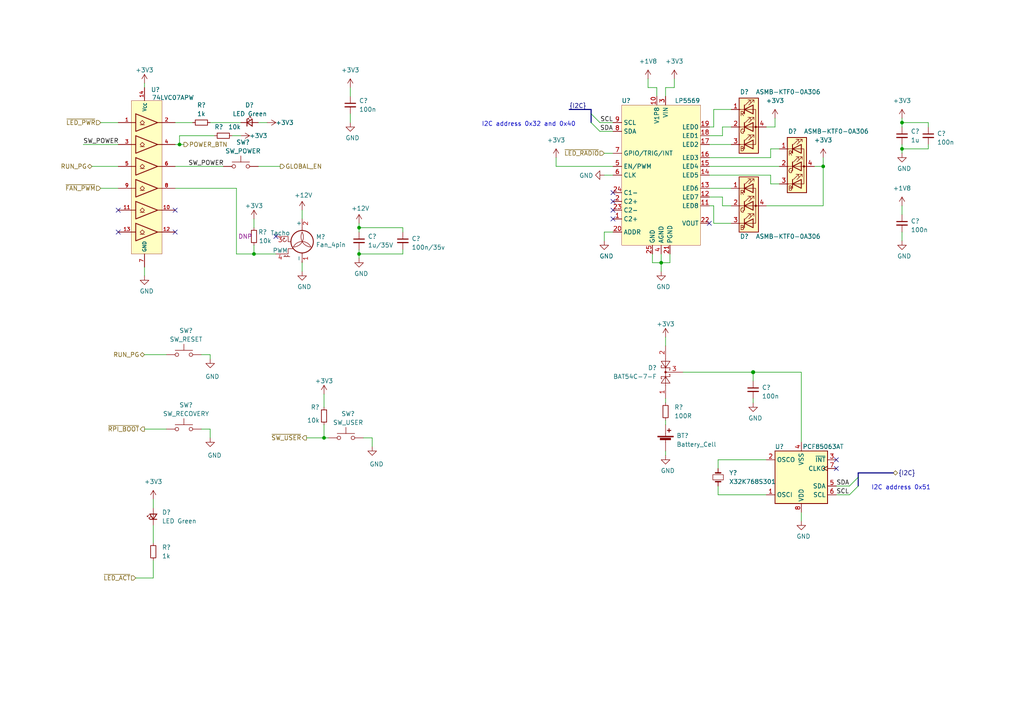
<source format=kicad_sch>
(kicad_sch (version 20201015) (generator eeschema)
  (paper "A4")
  (lib_symbols
    (symbol "Device:Battery_Cell" (pin_numbers hide) (pin_names (offset 0) hide)
      (property "Reference" "BT" (at 2.54 2.54 0))
      (property "Value" "Battery_Cell" (at 2.54 0 0))
      (symbol "Battery_Cell_0_1"
        (rectangle (start -2.286 1.778) (end 2.286 1.524) (fill (type outline)))
        (rectangle (start -1.5748 1.1938) (end 1.4732 0.6858) (fill (type outline)))
        (polyline (pts (xy 0 0.762) (xy 0 0)))
        (polyline (pts (xy 0 1.778) (xy 0 2.54)))
        (polyline (pts (xy 0.508 3.429) (xy 1.524 3.429)) (stroke (width 0.254)))
        (polyline (pts (xy 1.016 3.937) (xy 1.016 2.921)) (stroke (width 0.254)))
      )
      (symbol "Battery_Cell_1_1"
        (pin passive line (at 0 5.08 270) (length 2.54) (name "+") (number "1"))
        (pin passive line (at 0 -2.54 90) (length 2.54) (name "-") (number "2"))
      )
    )
    (symbol "Device:C_Small" (pin_numbers hide) (pin_names (offset 0.254) hide)
      (property "Reference" "C" (at 0.254 1.778 0))
      (property "Value" "C_Small" (at 0.254 -2.032 0))
      (symbol "C_Small_0_1"
        (polyline (pts (xy -1.524 -0.508) (xy 1.524 -0.508)) (stroke (width 0.3302)))
        (polyline (pts (xy -1.524 0.508) (xy 1.524 0.508)) (stroke (width 0.3048)))
      )
      (symbol "C_Small_1_1"
        (pin passive line (at 0 2.54 270) (length 2.032) (name "~") (number "1"))
        (pin passive line (at 0 -2.54 90) (length 2.032) (name "~") (number "2"))
      )
    )
    (symbol "Device:Crystal_Small" (pin_numbers hide) (pin_names (offset 1.016) hide)
      (property "Reference" "Y" (at 0 2.54 0))
      (property "Value" "Crystal_Small" (at 0 -2.54 0))
      (symbol "Crystal_Small_0_1"
        (rectangle (start -0.762 -1.524) (end 0.762 1.524))
        (polyline (pts (xy -1.27 -0.762) (xy -1.27 0.762)) (stroke (width 0.381)))
        (polyline (pts (xy 1.27 -0.762) (xy 1.27 0.762)) (stroke (width 0.381)))
      )
      (symbol "Crystal_Small_1_1"
        (pin passive line (at -2.54 0 0) (length 1.27) (name "1") (number "1"))
        (pin passive line (at 2.54 0 180) (length 1.27) (name "2") (number "2"))
      )
    )
    (symbol "Device:LED_RGBA" (pin_names (offset 0) hide)
      (property "Reference" "D" (at 0 9.398 0))
      (property "Value" "LED_RGBA" (at 0 -8.89 0))
      (symbol "LED_RGBA_0_0"
        (text "B" (at -1.905 -6.35 0) (effects (font (size 1.27 1.27))))
        (text "G" (at -1.905 -1.27 0) (effects (font (size 1.27 1.27))))
        (text "R" (at -1.905 3.81 0) (effects (font (size 1.27 1.27))))
      )
      (symbol "LED_RGBA_0_1"
        (circle (center 2.032 0) (radius 0.254) (fill (type outline)))
        (rectangle (start 1.27 -1.27) (end 1.27 1.27))
        (rectangle (start 1.27 1.27) (end 1.27 1.27))
        (rectangle (start 1.27 3.81) (end 1.27 6.35))
        (rectangle (start 1.27 6.35) (end 1.27 6.35))
        (rectangle (start 2.794 8.382) (end -2.794 -7.62) (stroke (width 0.254)) (fill (type background)))
        (polyline (pts (xy -1.27 -5.08) (xy -2.54 -5.08)))
        (polyline (pts (xy -1.27 -5.08) (xy 1.27 -5.08)))
        (polyline (pts (xy -1.27 -3.81) (xy -1.27 -6.35)) (stroke (width 0.254)))
        (polyline (pts (xy -1.27 0) (xy -2.54 0)))
        (polyline (pts (xy -1.27 1.27) (xy -1.27 -1.27)) (stroke (width 0.254)))
        (polyline (pts (xy -1.27 5.08) (xy -2.54 5.08)))
        (polyline (pts (xy -1.27 5.08) (xy 1.27 5.08)))
        (polyline (pts (xy -1.27 6.35) (xy -1.27 3.81)) (stroke (width 0.254)))
        (polyline (pts (xy 1.27 0) (xy -1.27 0)))
        (polyline (pts (xy 1.27 0) (xy 2.54 0)))
        (polyline (pts (xy -1.27 1.27) (xy -1.27 -1.27) (xy -1.27 -1.27)))
        (polyline (pts (xy -1.27 6.35) (xy -1.27 3.81) (xy -1.27 3.81)))
        (polyline (pts (xy 1.27 -5.08) (xy 2.032 -5.08) (xy 2.032 5.08) (xy 1.27 5.08)))
        (polyline (pts (xy 1.27 -3.81) (xy 1.27 -6.35) (xy -1.27 -5.08) (xy 1.27 -3.81)) (stroke (width 0.254)))
        (polyline (pts (xy 1.27 1.27) (xy 1.27 -1.27) (xy -1.27 0) (xy 1.27 1.27)) (stroke (width 0.254)))
        (polyline (pts (xy 1.27 6.35) (xy 1.27 3.81) (xy -1.27 5.08) (xy 1.27 6.35)) (stroke (width 0.254)))
        (polyline (pts (xy -1.016 -3.81) (xy 0.508 -2.286) (xy -0.254 -2.286) (xy 0.508 -2.286) (xy 0.508 -3.048)))
        (polyline (pts (xy -1.016 1.27) (xy 0.508 2.794) (xy -0.254 2.794) (xy 0.508 2.794) (xy 0.508 2.032)))
        (polyline (pts (xy -1.016 6.35) (xy 0.508 7.874) (xy -0.254 7.874) (xy 0.508 7.874) (xy 0.508 7.112)))
        (polyline (pts (xy 0 -3.81) (xy 1.524 -2.286) (xy 0.762 -2.286) (xy 1.524 -2.286) (xy 1.524 -3.048)))
        (polyline (pts (xy 0 1.27) (xy 1.524 2.794) (xy 0.762 2.794) (xy 1.524 2.794) (xy 1.524 2.032)))
        (polyline (pts (xy 0 6.35) (xy 1.524 7.874) (xy 0.762 7.874) (xy 1.524 7.874) (xy 1.524 7.112)))
      )
      (symbol "LED_RGBA_1_1"
        (pin passive line (at -5.08 5.08 0) (length 2.54) (name "RK") (number "1"))
        (pin passive line (at -5.08 0 0) (length 2.54) (name "GK") (number "2"))
        (pin passive line (at -5.08 -5.08 0) (length 2.54) (name "BK") (number "3"))
        (pin passive line (at 5.08 0 180) (length 2.54) (name "A") (number "4"))
      )
    )
    (symbol "Device:LED_Small" (pin_numbers hide) (pin_names (offset 0.254) hide)
      (property "Reference" "D" (at -1.27 3.175 0))
      (property "Value" "LED_Small" (at -4.445 -2.54 0))
      (symbol "LED_Small_0_1"
        (polyline (pts (xy -0.762 -1.016) (xy -0.762 1.016)) (stroke (width 0.254)))
        (polyline (pts (xy 1.016 0) (xy -0.762 0)))
        (polyline (pts (xy 0.762 -1.016) (xy -0.762 0) (xy 0.762 1.016) (xy 0.762 -1.016)) (stroke (width 0.254)))
        (polyline (pts (xy 0 0.762) (xy -0.508 1.27) (xy -0.254 1.27) (xy -0.508 1.27) (xy -0.508 1.016)))
        (polyline (pts (xy 0.508 1.27) (xy 0 1.778) (xy 0.254 1.778) (xy 0 1.778) (xy 0 1.524)))
      )
      (symbol "LED_Small_1_1"
        (pin passive line (at -2.54 0 0) (length 1.778) (name "K") (number "1"))
        (pin passive line (at 2.54 0 180) (length 1.778) (name "A") (number "2"))
      )
    )
    (symbol "Device:R_Small" (pin_numbers hide) (pin_names (offset 0.254) hide)
      (property "Reference" "R" (at 0.762 0.508 0))
      (property "Value" "R_Small" (at 0.762 -1.016 0))
      (symbol "R_Small_0_1"
        (rectangle (start -0.762 1.778) (end 0.762 -1.778) (stroke (width 0.2032)))
      )
      (symbol "R_Small_1_1"
        (pin passive line (at 0 2.54 270) (length 0.762) (name "~") (number "1"))
        (pin passive line (at 0 -2.54 90) (length 0.762) (name "~") (number "2"))
      )
    )
    (symbol "Diode:BAT54C" (pin_names (offset 1.016))
      (property "Reference" "D" (at 0.635 -3.81 0))
      (property "Value" "BAT54C" (at -6.35 3.175 0))
      (symbol "BAT54C_0_1"
        (circle (center 0 0) (radius 0.254) (fill (type outline)))
        (polyline (pts (xy -1.905 0) (xy 1.905 0)))
        (polyline (pts (xy -1.905 1.27) (xy -1.905 1.016)))
        (polyline (pts (xy -1.27 -1.27) (xy -0.635 -1.27)))
        (polyline (pts (xy -1.27 0) (xy -3.81 0)))
        (polyline (pts (xy -1.27 1.27) (xy -1.905 1.27)))
        (polyline (pts (xy -1.27 1.27) (xy -1.27 -1.27)))
        (polyline (pts (xy -0.635 -1.27) (xy -0.635 -1.016)))
        (polyline (pts (xy 0.635 -1.27) (xy 0.635 -1.016)))
        (polyline (pts (xy 1.27 -1.27) (xy 0.635 -1.27)))
        (polyline (pts (xy 1.27 1.27) (xy 1.27 -1.27)))
        (polyline (pts (xy 1.27 1.27) (xy 1.905 1.27)))
        (polyline (pts (xy 1.905 1.27) (xy 1.905 1.016)))
        (polyline (pts (xy 3.81 0) (xy 1.27 0)))
        (polyline (pts (xy -3.175 -1.27) (xy -3.175 1.27) (xy -1.27 0) (xy -3.175 -1.27)))
        (polyline (pts (xy 3.175 -1.27) (xy 3.175 1.27) (xy 1.27 0) (xy 3.175 -1.27)))
      )
      (symbol "BAT54C_1_1"
        (pin passive line (at -7.62 0 0) (length 3.81) (name "~") (number "1"))
        (pin passive line (at 7.62 0 180) (length 3.81) (name "~") (number "2"))
        (pin passive line (at 0 -5.08 90) (length 5.08) (name "~") (number "3"))
      )
    )
    (symbol "LightBlue:74LVC07A"
      (property "Reference" "U" (at 3.81 -24.13 0))
      (property "Value" "74LVC07A" (at -7.62 -24.13 0))
      (symbol "74LVC07A_0_1"
        (rectangle (start -3.81 21.59) (end 5.08 -22.86) (stroke (width 0.001)) (fill (type background)))
        (polyline (pts (xy -1.27 14.605) (xy 0 14.605)))
        (polyline (pts (xy -2.54 17.78) (xy -2.54 12.7) (xy 3.81 15.24) (xy -2.54 17.78)) (stroke (width 0.254)))
        (polyline (pts (xy -0.635 15.875) (xy -1.27 15.24) (xy -0.635 14.605) (xy 0 15.24) (xy -0.635 15.875)))
        (polyline (pts (xy -1.27 8.255) (xy 0 8.255)))
        (polyline (pts (xy -0.635 9.525) (xy -1.27 8.89) (xy -0.635 8.255) (xy 0 8.89) (xy -0.635 9.525)))
        (polyline (pts (xy -2.54 11.43) (xy -2.54 6.35) (xy 3.81 8.89) (xy -2.54 11.43)) (stroke (width 0.254)))
        (polyline (pts (xy -2.54 5.08) (xy -2.54 0) (xy 3.81 2.54) (xy -2.54 5.08)) (stroke (width 0.254)))
        (polyline (pts (xy -1.27 1.905) (xy 0 1.905)))
        (polyline (pts (xy -0.635 3.175) (xy -1.27 2.54) (xy -0.635 1.905) (xy 0 2.54) (xy -0.635 3.175)))
        (polyline (pts (xy -1.27 -4.445) (xy 0 -4.445)))
        (polyline (pts (xy -2.54 -1.27) (xy -2.54 -6.35) (xy 3.81 -3.81) (xy -2.54 -1.27)) (stroke (width 0.254)))
        (polyline (pts (xy -0.635 -3.175) (xy -1.27 -3.81) (xy -0.635 -4.445) (xy 0 -3.81) (xy -0.635 -3.175)))
        (polyline (pts (xy -1.27 -10.795) (xy 0 -10.795)))
        (polyline (pts (xy -0.635 -9.525) (xy -1.27 -10.16) (xy -0.635 -10.795) (xy 0 -10.16) (xy -0.635 -9.525)))
        (polyline (pts (xy -2.54 -7.62) (xy -2.54 -12.7) (xy 3.81 -10.16) (xy -2.54 -7.62)) (stroke (width 0.254)))
        (polyline (pts (xy -1.27 -17.145) (xy 0 -17.145)))
        (polyline (pts (xy -2.54 -13.97) (xy -2.54 -19.05) (xy 3.81 -16.51) (xy -2.54 -13.97)) (stroke (width 0.254)))
        (polyline (pts (xy -0.635 -15.875) (xy -1.27 -16.51) (xy -0.635 -17.145) (xy 0 -16.51) (xy -0.635 -15.875)))
      )
      (symbol "74LVC07A_1_1"
        (pin input line (at -7.62 15.24 0) (length 5) (name "~") (number "1"))
        (pin open_collector line (at 8.89 15.24 180) (length 5) (name "~") (number "2"))
        (pin input line (at -7.62 8.89 0) (length 5) (name "~") (number "3"))
        (pin open_collector line (at 8.89 8.89 180) (length 5) (name "~") (number "4"))
        (pin open_collector line (at 8.89 2.54 180) (length 5) (name "~") (number "6"))
        (pin input line (at -7.62 2.54 0) (length 5) (name "~") (number "5"))
        (pin input line (at -7.62 -3.81 0) (length 5) (name "~") (number "9"))
        (pin open_collector line (at 8.89 -3.81 180) (length 5) (name "~") (number "8"))
        (pin input line (at -7.62 -10.16 0) (length 5) (name "~") (number "11"))
        (pin open_collector line (at 8.89 -10.16 180) (length 5) (name "~") (number "10"))
        (pin open_collector line (at 8.89 -16.51 180) (length 5) (name "~") (number "12"))
        (pin input line (at -7.62 -16.51 0) (length 5) (name "~") (number "13"))
        (pin power_in line (at 0 25.4 270) (length 3.81) (name "V_{CC}") (number "14"))
        (pin power_in line (at 0 -26.67 90) (length 3.81) (name "GND") (number "7"))
      )
    )
    (symbol "LightBlue:LP5569"
      (property "Reference" "U" (at -10.16 21.59 0))
      (property "Value" "LP5569" (at 7.62 21.59 0))
      (symbol "LP5569_0_1"
        (rectangle (start -11.43 20.32) (end 11.43 -20.32) (stroke (width 0.0006)) (fill (type background)))
      )
      (symbol "LP5569_1_1"
        (pin input line (at -2.54 -22.86 90) (length 2.54) (name "GND") (number "25"))
        (pin bidirectional line (at -13.97 12.7 0) (length 2.54) (name "SDA") (number "8"))
        (pin input line (at -13.97 15.24 0) (length 2.54) (name "SCL") (number "9"))
        (pin input line (at -13.97 -12.7 0) (length 2.54) (name "C2+") (number "1"))
        (pin input line (at -13.97 -16.51 0) (length 2.54) (name "ADDR") (number "20"))
        (pin output line (at 13.97 11.43 180) (length 2.54) (name "LED1") (number "18"))
        (pin output line (at 13.97 8.89 180) (length 2.54) (name "LED2") (number "17"))
        (pin output line (at 13.97 5.08 180) (length 2.54) (name "LED3") (number "16"))
        (pin input line (at 1.27 22.86 270) (length 2.54) (name "VIN") (number "3"))
        (pin input line (at -13.97 0 0) (length 2.54) (name "CLK") (number "6"))
        (pin output line (at 13.97 2.54 180) (length 2.54) (name "LED4") (number "15"))
        (pin output line (at 13.97 -3.81 180) (length 2.54) (name "LED6") (number "13"))
        (pin output line (at 13.97 0 180) (length 2.54) (name "LED5") (number "14"))
        (pin output line (at 13.97 -6.35 180) (length 2.54) (name "LED7") (number "12"))
        (pin output line (at 13.97 -8.89 180) (length 2.54) (name "LED8") (number "11"))
        (pin output line (at 13.97 13.97 180) (length 2.54) (name "LED0") (number "19"))
        (pin input line (at 0 -22.86 90) (length 2.54) (name "AGND") (number "4"))
        (pin input line (at 2.54 -22.86 90) (length 2.54) (name "PGND") (number "21"))
        (pin input line (at -13.97 -10.16 0) (length 2.54) (name "C2-") (number "23"))
        (pin input line (at -13.97 -7.62 0) (length 2.54) (name "C2+") (number "2"))
        (pin input line (at -13.97 -5.08 0) (length 2.54) (name "C1-") (number "24"))
        (pin input line (at -13.97 2.54 0) (length 2.54) (name "EN/PWM") (number "5"))
        (pin input line (at -13.97 6.35 0) (length 2.54) (name "GPIO/TRIG/INT") (number "7"))
        (pin input line (at -1.27 22.86 270) (length 2.54) (name "V1P8") (number "10"))
        (pin output line (at 13.97 -13.97 180) (length 2.54) (name "VOUT") (number "22"))
      )
    )
    (symbol "Motor:Fan_4pin" (pin_names (offset 0))
      (property "Reference" "M" (at 2.54 5.08 0))
      (property "Value" "Fan_4pin" (at 2.54 -2.54 0))
      (symbol "Fan_4pin_0_0"
        (arc (start -5.588 1.524) (end -5.08 2.032) (radius (at -5.08 1.524) (length 0.508) (angles 180 90)))
        (arc (start -5.588 1.524) (end -4.572 1.524) (radius (at -5.08 1.524) (length 0.508) (angles -179.9 -0.1)))
        (polyline (pts (xy -5.08 2.032) (xy -5.334 2.159)))
        (polyline (pts (xy -5.08 2.032) (xy -5.207 1.778)))
        (polyline (pts (xy -4.064 2.54) (xy -4.064 1.016) (xy -3.302 1.016)))
      )
      (symbol "Fan_4pin_0_1"
        (arc (start 0 3.81) (end -2.54 -0.508) (radius (at -2.4892 2.3876) (length 2.8702) (angles 29.7 -91)))
        (arc (start -2.54 -0.508) (end 2.54 -0.508) (radius (at 0 -1.778) (length 2.8448) (angles 153.4 26.6)))
        (arc (start 2.54 -0.508) (end 0 3.81) (radius (at 2.6162 2.413) (length 2.921) (angles -91.5 151.9)))
        (circle (center 0 1.016) (radius 3.2512) (stroke (width 0.254)))
        (polyline (pts (xy -4.064 2.54) (xy -5.08 2.54)))
        (polyline (pts (xy 0 -5.08) (xy 0 -4.572)))
        (polyline (pts (xy 0 -2.2352) (xy 0 -2.6416)))
        (polyline (pts (xy 0 4.2672) (xy 0 4.6228)))
        (polyline (pts (xy 0 4.572) (xy 0 5.08)))
        (polyline (pts (xy -2.54 -1.016) (xy -4.064 -1.016) (xy -4.064 -2.54) (xy -5.08 -2.54)))
        (polyline (pts (xy -5.334 -3.302) (xy -5.08 -3.302) (xy -5.08 -3.048) (xy -4.826 -3.048) (xy -4.826 -3.302) (xy -4.318 -3.302) (xy -4.318 -3.048) (xy -4.064 -3.048) (xy -4.064 -3.302) (xy -3.556 -3.302)))
      )
      (symbol "Fan_4pin_1_1"
        (pin passive line (at 0 -5.08 90) (length 2.54) (name "-") (number "1"))
        (pin passive line (at 0 7.62 270) (length 2.54) (name "+") (number "2"))
        (pin passive line (at -7.62 2.54 0) (length 2.54) (name "Tacho") (number "3"))
        (pin input line (at -7.62 -2.54 0) (length 2.54) (name "PWM") (number "4"))
      )
    )
    (symbol "Switch:SW_Push" (pin_numbers hide) (pin_names (offset 1.016) hide)
      (property "Reference" "SW" (at 1.27 2.54 0))
      (property "Value" "SW_Push" (at 0 -1.524 0))
      (symbol "SW_Push_0_1"
        (circle (center -2.032 0) (radius 0.508))
        (circle (center 2.032 0) (radius 0.508))
        (polyline (pts (xy 0 1.27) (xy 0 3.048)))
        (polyline (pts (xy 2.54 1.27) (xy -2.54 1.27)))
        (pin passive line (at -5.08 0 0) (length 2.54) (name "1") (number "1"))
        (pin passive line (at 5.08 0 180) (length 2.54) (name "2") (number "2"))
      )
    )
    (symbol "Timer_RTC:PCF8563T"
      (property "Reference" "U" (at -7.62 8.89 0))
      (property "Value" "PCF8563T" (at 2.54 8.89 0))
      (symbol "PCF8563T_0_1"
        (rectangle (start -7.62 7.62) (end 7.62 -7.62) (stroke (width 0.254)) (fill (type background)))
      )
      (symbol "PCF8563T_1_1"
        (pin input line (at -10.16 5.08 0) (length 2.54) (name "OSCI") (number "1"))
        (pin output line (at -10.16 -5.08 0) (length 2.54) (name "OSCO") (number "2"))
        (pin output line (at 10.16 -5.08 180) (length 2.54) (name "~INT~") (number "3"))
        (pin power_in line (at 0 -10.16 90) (length 2.54) (name "VSS") (number "4"))
        (pin bidirectional line (at 10.16 2.54 180) (length 2.54) (name "SDA") (number "5"))
        (pin input line (at 10.16 5.08 180) (length 2.54) (name "SCL") (number "6"))
        (pin output clock (at 10.16 -2.54 180) (length 2.54) (name "CLKO") (number "7"))
        (pin power_in line (at 0 10.16 270) (length 2.54) (name "VDD") (number "8"))
      )
    )
    (symbol "power:+12V" (power) (pin_names (offset 0))
      (property "Value" "+12V" (at 0 3.556 0))
      (symbol "+12V_0_1"
        (polyline (pts (xy -0.762 1.27) (xy 0 2.54)))
        (polyline (pts (xy 0 0) (xy 0 2.54)))
        (polyline (pts (xy 0 2.54) (xy 0.762 1.27)))
      )
      (symbol "+12V_1_1"
        (pin power_in line (at 0 0 90) (length 0) hide (name "+12V") (number "1"))
      )
    )
    (symbol "power:+1V8" (power) (pin_names (offset 0))
      (property "Value" "+1V8" (at 0 3.556 0))
      (symbol "+1V8_0_1"
        (polyline (pts (xy -0.762 1.27) (xy 0 2.54)))
        (polyline (pts (xy 0 0) (xy 0 2.54)))
        (polyline (pts (xy 0 2.54) (xy 0.762 1.27)))
      )
      (symbol "+1V8_1_1"
        (pin power_in line (at 0 0 90) (length 0) hide (name "+1V8") (number "1"))
      )
    )
    (symbol "power:+3V3" (power) (pin_names (offset 0))
      (property "Value" "+3V3" (at 0 3.556 0))
      (symbol "+3V3_0_1"
        (polyline (pts (xy -0.762 1.27) (xy 0 2.54)))
        (polyline (pts (xy 0 0) (xy 0 2.54)))
        (polyline (pts (xy 0 2.54) (xy 0.762 1.27)))
      )
      (symbol "+3V3_1_1"
        (pin power_in line (at 0 0 90) (length 0) hide (name "+3V3") (number "1"))
      )
    )
    (symbol "power:GND" (power) (pin_names (offset 0))
      (property "Value" "GND" (at 0 -3.81 0))
      (symbol "GND_0_1"
        (polyline (pts (xy 0 0) (xy 0 -1.27) (xy 1.27 -1.27) (xy 0 -2.54) (xy -1.27 -1.27) (xy 0 -1.27)))
      )
      (symbol "GND_1_1"
        (pin power_in line (at 0 0 270) (length 0) hide (name "GND") (number "1"))
      )
    )
  )
  (junction (at 52.07 41.91) (diameter 0.9144))
  (junction (at 73.66 73.66) (diameter 0.9144))
  (junction (at 93.98 127) (diameter 0.9144))
  (junction (at 104.14 66.04) (diameter 0.9144))
  (junction (at 104.14 73.66) (diameter 0.9144))
  (junction (at 191.77 76.2) (diameter 0.9144))
  (junction (at 218.44 107.95) (diameter 1.016))
  (junction (at 238.76 48.26) (diameter 0.9144))
  (junction (at 261.62 35.56) (diameter 0.9144))
  (junction (at 261.62 43.18) (diameter 0.9144))
  (no_connect (at 177.8 63.5))
  (no_connect (at 34.29 67.31))
  (no_connect (at 177.8 60.96))
  (no_connect (at 205.74 64.77))
  (no_connect (at 177.8 55.88))
  (no_connect (at 50.8 67.31))
  (no_connect (at 50.8 60.96))
  (no_connect (at 177.8 58.42))
  (no_connect (at 34.29 60.96))
  (no_connect (at 242.57 135.89))
  (no_connect (at 242.57 133.35))
  (no_connect (at 80.01 68.58))
  (bus_entry (at 171.45 33.02) (size 2.54 2.54) (stroke (width 0.1524)))
  (bus_entry (at 171.45 35.56) (size 2.54 2.54) (stroke (width 0.1524)))
  (bus_entry (at 248.92 138.43) (size -2.54 2.54) (stroke (width 0.1524)))
  (bus_entry (at 248.92 140.97) (size -2.54 2.54) (stroke (width 0.1524)))
  (wire (pts (xy 24.13 41.91) (xy 34.29 41.91)))
  (wire (pts (xy 26.67 48.26) (xy 34.29 48.26)))
  (wire (pts (xy 29.21 35.56) (xy 34.29 35.56)))
  (wire (pts (xy 29.21 54.61) (xy 34.29 54.61)))
  (wire (pts (xy 39.37 167.64) (xy 44.45 167.64)))
  (wire (pts (xy 41.91 24.13) (xy 41.91 25.4)))
  (wire (pts (xy 41.91 77.47) (xy 41.91 80.01)))
  (wire (pts (xy 41.91 102.87) (xy 48.26 102.87)))
  (wire (pts (xy 41.91 124.46) (xy 48.26 124.46)))
  (wire (pts (xy 44.45 144.78) (xy 44.45 147.32)))
  (wire (pts (xy 44.45 152.4) (xy 44.45 157.48)))
  (wire (pts (xy 44.45 162.56) (xy 44.45 167.64)))
  (wire (pts (xy 50.8 41.91) (xy 52.07 41.91)))
  (wire (pts (xy 50.8 48.26) (xy 64.77 48.26)))
  (wire (pts (xy 50.8 54.61) (xy 68.58 54.61)))
  (wire (pts (xy 52.07 39.37) (xy 52.07 41.91)))
  (wire (pts (xy 52.07 41.91) (xy 53.34 41.91)))
  (wire (pts (xy 55.88 35.56) (xy 50.8 35.56)))
  (wire (pts (xy 58.42 124.46) (xy 60.96 124.46)))
  (wire (pts (xy 60.96 102.87) (xy 58.42 102.87)))
  (wire (pts (xy 60.96 104.14) (xy 60.96 102.87)))
  (wire (pts (xy 60.96 124.46) (xy 60.96 127)))
  (wire (pts (xy 62.23 39.37) (xy 52.07 39.37)))
  (wire (pts (xy 67.31 39.37) (xy 69.85 39.37)))
  (wire (pts (xy 68.58 54.61) (xy 68.58 73.66)))
  (wire (pts (xy 68.58 73.66) (xy 73.66 73.66)))
  (wire (pts (xy 69.85 35.56) (xy 60.96 35.56)))
  (wire (pts (xy 73.66 66.04) (xy 73.66 63.5)))
  (wire (pts (xy 73.66 71.12) (xy 73.66 73.66)))
  (wire (pts (xy 73.66 73.66) (xy 80.01 73.66)))
  (wire (pts (xy 74.93 48.26) (xy 81.28 48.26)))
  (wire (pts (xy 77.47 35.56) (xy 74.93 35.56)))
  (wire (pts (xy 87.63 60.96) (xy 87.63 63.5)))
  (wire (pts (xy 87.63 76.2) (xy 87.63 78.74)))
  (wire (pts (xy 88.9 127) (xy 93.98 127)))
  (wire (pts (xy 93.98 118.11) (xy 93.98 114.3)))
  (wire (pts (xy 93.98 123.19) (xy 93.98 127)))
  (wire (pts (xy 93.98 127) (xy 95.25 127)))
  (wire (pts (xy 101.6 25.4) (xy 101.6 27.94)))
  (wire (pts (xy 101.6 33.02) (xy 101.6 35.56)))
  (wire (pts (xy 104.14 64.77) (xy 104.14 66.04)))
  (wire (pts (xy 104.14 66.04) (xy 104.14 67.31)))
  (wire (pts (xy 104.14 66.04) (xy 116.84 66.04)))
  (wire (pts (xy 104.14 72.39) (xy 104.14 73.66)))
  (wire (pts (xy 104.14 73.66) (xy 104.14 74.93)))
  (wire (pts (xy 104.14 73.66) (xy 116.84 73.66)))
  (wire (pts (xy 105.41 127) (xy 107.95 127)))
  (wire (pts (xy 107.95 127) (xy 107.95 129.54)))
  (wire (pts (xy 116.84 67.31) (xy 116.84 66.04)))
  (wire (pts (xy 116.84 72.39) (xy 116.84 73.66)))
  (wire (pts (xy 161.29 45.72) (xy 161.29 48.26)))
  (wire (pts (xy 161.29 48.26) (xy 177.8 48.26)))
  (wire (pts (xy 175.26 44.45) (xy 177.8 44.45)))
  (wire (pts (xy 175.26 50.8) (xy 177.8 50.8)))
  (wire (pts (xy 175.26 67.31) (xy 177.8 67.31)))
  (wire (pts (xy 175.26 69.85) (xy 175.26 67.31)))
  (wire (pts (xy 177.8 35.56) (xy 173.99 35.56)))
  (wire (pts (xy 177.8 38.1) (xy 173.99 38.1)))
  (wire (pts (xy 187.96 22.86) (xy 187.96 25.4)))
  (wire (pts (xy 187.96 25.4) (xy 190.5 25.4)))
  (wire (pts (xy 189.23 73.66) (xy 189.23 76.2)))
  (wire (pts (xy 189.23 76.2) (xy 191.77 76.2)))
  (wire (pts (xy 190.5 25.4) (xy 190.5 27.94)))
  (wire (pts (xy 191.77 73.66) (xy 191.77 76.2)))
  (wire (pts (xy 191.77 76.2) (xy 191.77 78.74)))
  (wire (pts (xy 191.77 76.2) (xy 194.31 76.2)))
  (wire (pts (xy 193.04 25.4) (xy 193.04 27.94)))
  (wire (pts (xy 193.04 97.79) (xy 193.04 100.33)))
  (wire (pts (xy 193.04 115.57) (xy 193.04 116.84)))
  (wire (pts (xy 193.04 121.92) (xy 193.04 123.19)))
  (wire (pts (xy 193.04 130.81) (xy 193.04 132.08)))
  (wire (pts (xy 194.31 76.2) (xy 194.31 73.66)))
  (wire (pts (xy 195.58 22.86) (xy 195.58 25.4)))
  (wire (pts (xy 195.58 25.4) (xy 193.04 25.4)))
  (wire (pts (xy 198.12 107.95) (xy 218.44 107.95)))
  (wire (pts (xy 205.74 36.83) (xy 207.01 36.83)))
  (wire (pts (xy 205.74 39.37) (xy 209.55 39.37)))
  (wire (pts (xy 205.74 41.91) (xy 212.09 41.91)))
  (wire (pts (xy 205.74 45.72) (xy 223.52 45.72)))
  (wire (pts (xy 205.74 48.26) (xy 226.06 48.26)))
  (wire (pts (xy 205.74 50.8) (xy 223.52 50.8)))
  (wire (pts (xy 205.74 54.61) (xy 212.09 54.61)))
  (wire (pts (xy 205.74 57.15) (xy 209.55 57.15)))
  (wire (pts (xy 205.74 59.69) (xy 207.01 59.69)))
  (wire (pts (xy 207.01 31.75) (xy 212.09 31.75)))
  (wire (pts (xy 207.01 36.83) (xy 207.01 31.75)))
  (wire (pts (xy 207.01 59.69) (xy 207.01 64.77)))
  (wire (pts (xy 207.01 64.77) (xy 212.09 64.77)))
  (wire (pts (xy 208.28 133.35) (xy 208.28 135.89)))
  (wire (pts (xy 208.28 140.97) (xy 208.28 143.51)))
  (wire (pts (xy 208.28 143.51) (xy 222.25 143.51)))
  (wire (pts (xy 209.55 36.83) (xy 212.09 36.83)))
  (wire (pts (xy 209.55 39.37) (xy 209.55 36.83)))
  (wire (pts (xy 209.55 57.15) (xy 209.55 59.69)))
  (wire (pts (xy 209.55 59.69) (xy 212.09 59.69)))
  (wire (pts (xy 218.44 107.95) (xy 218.44 110.49)))
  (wire (pts (xy 218.44 107.95) (xy 232.41 107.95)))
  (wire (pts (xy 218.44 115.57) (xy 218.44 116.84)))
  (wire (pts (xy 222.25 36.83) (xy 224.79 36.83)))
  (wire (pts (xy 222.25 59.69) (xy 238.76 59.69)))
  (wire (pts (xy 222.25 133.35) (xy 208.28 133.35)))
  (wire (pts (xy 223.52 43.18) (xy 226.06 43.18)))
  (wire (pts (xy 223.52 45.72) (xy 223.52 43.18)))
  (wire (pts (xy 223.52 50.8) (xy 223.52 53.34)))
  (wire (pts (xy 223.52 53.34) (xy 226.06 53.34)))
  (wire (pts (xy 224.79 34.29) (xy 224.79 36.83)))
  (wire (pts (xy 232.41 107.95) (xy 232.41 128.27)))
  (wire (pts (xy 232.41 148.59) (xy 232.41 151.13)))
  (wire (pts (xy 236.22 48.26) (xy 238.76 48.26)))
  (wire (pts (xy 238.76 48.26) (xy 238.76 45.72)))
  (wire (pts (xy 238.76 59.69) (xy 238.76 48.26)))
  (wire (pts (xy 242.57 140.97) (xy 246.38 140.97)))
  (wire (pts (xy 242.57 143.51) (xy 246.38 143.51)))
  (wire (pts (xy 261.62 34.29) (xy 261.62 35.56)))
  (wire (pts (xy 261.62 35.56) (xy 261.62 36.83)))
  (wire (pts (xy 261.62 41.91) (xy 261.62 43.18)))
  (wire (pts (xy 261.62 43.18) (xy 261.62 44.45)))
  (wire (pts (xy 261.62 43.18) (xy 269.24 43.18)))
  (wire (pts (xy 261.62 59.69) (xy 261.62 62.23)))
  (wire (pts (xy 261.62 67.31) (xy 261.62 69.85)))
  (wire (pts (xy 269.24 35.56) (xy 261.62 35.56)))
  (wire (pts (xy 269.24 36.83) (xy 269.24 35.56)))
  (wire (pts (xy 269.24 41.91) (xy 269.24 43.18)))
  (bus (pts (xy 165.1 31.75) (xy 171.45 31.75)))
  (bus (pts (xy 171.45 31.75) (xy 171.45 33.02)))
  (bus (pts (xy 171.45 33.02) (xy 171.45 35.56)))
  (bus (pts (xy 248.92 137.16) (xy 248.92 138.43)))
  (bus (pts (xy 248.92 137.16) (xy 259.08 137.16)))
  (bus (pts (xy 248.92 138.43) (xy 248.92 140.97)))
  (text "I2C address 0x32 and 0x40" (at 139.7 36.83 0) (effects (font (size 1.27 1.27)) (justify left bottom)))
  (text "I2C address 0x51" (at 252.73 142.24 0) (effects (font (size 1.27 1.27)) (justify left bottom)))
  (label "SW_POWER" (at 24.13 41.91 0))
  (label "SW_POWER" (at 54.61 48.26 0))
  (label "{I2C}" (at 165.1 31.75 0))
  (label "SCL" (at 177.8 35.56 180))
  (label "SDA" (at 177.8 38.1 180))
  (label "SDA" (at 242.57 140.97 0))
  (label "SCL" (at 242.57 143.51 0))
  (hierarchical_label "RUN_PG" (shape bidirectional) (at 26.67 48.26 180))
  (hierarchical_label "~LED_PWR" (shape input) (at 29.21 35.56 180))
  (hierarchical_label "~FAN_PWM" (shape input) (at 29.21 54.61 180))
  (hierarchical_label "~LED_ACT" (shape input) (at 39.37 167.64 180))
  (hierarchical_label "RUN_PG" (shape bidirectional) (at 41.91 102.87 180))
  (hierarchical_label "~RPI_BOOT" (shape output) (at 41.91 124.46 180))
  (hierarchical_label "POWER_BTN" (shape output) (at 53.34 41.91 0))
  (hierarchical_label "GLOBAL_EN" (shape output) (at 81.28 48.26 0))
  (hierarchical_label "~SW_USER" (shape output) (at 88.9 127 180))
  (hierarchical_label "~LED_RADIO" (shape input) (at 175.26 44.45 180))
  (hierarchical_label "{I2C}" (shape bidirectional) (at 259.08 137.16 0))
  (symbol (lib_id "power:+3V3") (at 41.91 24.13 0) (unit 1)
    (property "Reference" "#PWR?" (effects hide))
    (property "Value" "+3V3" (at 41.91 20.32 0))
  )
  (symbol (lib_id "power:+3V3") (at 44.45 144.78 0) (unit 1)
    (property "Reference" "#PWR?" (effects hide))
    (property "Value" "+3V3" (at 44.45 139.7 0))
  )
  (symbol (lib_id "power:+3V3") (at 69.85 39.37 270) (unit 1)
    (property "Reference" "#PWR?" (effects hide))
    (property "Value" "+3V3" (at 74.93 39.37 90))
  )
  (symbol (lib_id "power:+3V3") (at 73.66 63.5 0) (unit 1)
    (property "Reference" "#PWR?" (effects hide))
    (property "Value" "+3V3" (at 73.66 59.69 0))
  )
  (symbol (lib_id "power:+3V3") (at 77.47 35.56 270) (unit 1)
    (property "Reference" "#PWR?" (effects hide))
    (property "Value" "+3V3" (at 82.55 35.56 90))
  )
  (symbol (lib_id "power:+12V") (at 87.63 60.96 0) (unit 1)
    (property "Reference" "#PWR?" (effects hide))
    (property "Value" "+12V" (at 87.9983 56.6356 0))
  )
  (symbol (lib_id "power:+3V3") (at 93.98 114.3 0) (unit 1)
    (property "Reference" "#PWR?" (effects hide))
    (property "Value" "+3V3" (at 93.98 110.49 0))
  )
  (symbol (lib_id "power:+3V3") (at 101.6 25.4 0) (unit 1)
    (property "Reference" "#PWR?" (effects hide))
    (property "Value" "+3V3" (at 101.6 20.32 0))
  )
  (symbol (lib_id "power:+12V") (at 104.14 64.77 0) (unit 1)
    (property "Reference" "#PWR?" (effects hide))
    (property "Value" "+12V" (at 104.5083 60.4456 0))
  )
  (symbol (lib_id "power:+3V3") (at 161.29 45.72 0) (unit 1)
    (property "Reference" "#PWR?" (effects hide))
    (property "Value" "+3V3" (at 161.29 40.64 0))
  )
  (symbol (lib_id "power:+1V8") (at 187.96 22.86 0) (unit 1)
    (property "Reference" "#PWR?" (effects hide))
    (property "Value" "+1V8" (at 187.96 17.78 0))
  )
  (symbol (lib_id "power:+3V3") (at 193.04 97.79 0) (unit 1)
    (property "Reference" "#PWR?" (effects hide))
    (property "Value" "+3V3" (at 193.04 93.98 0))
  )
  (symbol (lib_id "power:+3V3") (at 195.58 22.86 0) (unit 1)
    (property "Reference" "#PWR?" (effects hide))
    (property "Value" "+3V3" (at 195.58 17.78 0))
  )
  (symbol (lib_id "power:+3V3") (at 224.79 34.29 0) (unit 1)
    (property "Reference" "#PWR?" (effects hide))
    (property "Value" "+3V3" (at 224.79 29.21 0))
  )
  (symbol (lib_id "power:+3V3") (at 238.76 45.72 0) (unit 1)
    (property "Reference" "#PWR?" (effects hide))
    (property "Value" "+3V3" (at 238.76 40.64 0))
  )
  (symbol (lib_id "power:+3V3") (at 261.62 34.29 0) (unit 1)
    (property "Reference" "#PWR?" (effects hide))
    (property "Value" "+3V3" (at 261.62 29.21 0))
  )
  (symbol (lib_id "power:+1V8") (at 261.62 59.69 0) (unit 1)
    (property "Reference" "#PWR?" (effects hide))
    (property "Value" "+1V8" (at 261.62 54.61 0))
  )
  (symbol (lib_id "power:GND") (at 41.91 80.01 0) (unit 1)
    (property "Reference" "#PWR?" (effects hide))
    (property "Value" "GND" (at 42.545 84.455 0))
  )
  (symbol (lib_id "power:GND") (at 60.96 104.14 0) (unit 1)
    (property "Reference" "#PWR?" (effects hide))
    (property "Value" "GND" (at 61.595 109.22 0))
  )
  (symbol (lib_id "power:GND") (at 60.96 127 0) (unit 1)
    (property "Reference" "#PWR?" (effects hide))
    (property "Value" "GND" (at 62.23 132.08 0))
  )
  (symbol (lib_id "power:GND") (at 87.63 78.74 0) (unit 1)
    (property "Reference" "#PWR?" (effects hide))
    (property "Value" "GND" (at 88.265 83.185 0))
  )
  (symbol (lib_id "power:GND") (at 101.6 35.56 0) (unit 1)
    (property "Reference" "#PWR?" (effects hide))
    (property "Value" "GND" (at 102.235 40.005 0))
  )
  (symbol (lib_id "power:GND") (at 104.14 74.93 0) (unit 1)
    (property "Reference" "#PWR?" (effects hide))
    (property "Value" "GND" (at 104.775 79.375 0))
  )
  (symbol (lib_id "power:GND") (at 107.95 129.54 0) (unit 1)
    (property "Reference" "#PWR?" (effects hide))
    (property "Value" "GND" (at 109.22 134.62 0))
  )
  (symbol (lib_id "power:GND") (at 175.26 50.8 270) (unit 1)
    (property "Reference" "#PWR?" (effects hide))
    (property "Value" "GND" (at 172.085 50.9143 90) (effects (justify right)))
  )
  (symbol (lib_id "power:GND") (at 175.26 69.85 0) (unit 1)
    (property "Reference" "#PWR?" (effects hide))
    (property "Value" "GND" (at 175.895 74.295 0))
  )
  (symbol (lib_id "power:GND") (at 191.77 78.74 0) (unit 1)
    (property "Reference" "#PWR?" (effects hide))
    (property "Value" "GND" (at 192.405 83.185 0))
  )
  (symbol (lib_id "power:GND") (at 193.04 132.08 0) (unit 1)
    (property "Reference" "#PWR?" (effects hide))
    (property "Value" "GND" (at 193.675 136.525 0))
  )
  (symbol (lib_id "power:GND") (at 218.44 116.84 0) (unit 1)
    (property "Reference" "#PWR?" (effects hide))
    (property "Value" "GND" (at 219.075 121.285 0))
  )
  (symbol (lib_id "power:GND") (at 232.41 151.13 0) (unit 1)
    (property "Reference" "#PWR?" (effects hide))
    (property "Value" "GND" (at 233.045 155.575 0))
  )
  (symbol (lib_id "power:GND") (at 261.62 44.45 0) (unit 1)
    (property "Reference" "#PWR?" (effects hide))
    (property "Value" "GND" (at 262.255 48.895 0))
  )
  (symbol (lib_id "power:GND") (at 261.62 69.85 0) (unit 1)
    (property "Reference" "#PWR?" (effects hide))
    (property "Value" "GND" (at 262.255 74.295 0))
  )
  (symbol (lib_id "Device:R_Small") (at 44.45 160.02 0) (unit 1)
    (property "Reference" "R?" (at 46.99 158.75 0) (effects (justify left)))
    (property "Value" "1k" (at 46.99 161.29 0) (effects (justify left)))
  )
  (symbol (lib_id "Device:R_Small") (at 58.42 35.56 270) (unit 1)
    (property "Reference" "R?" (at 57.15 30.48 90) (effects (justify left)))
    (property "Value" "1k" (at 57.15 33.02 90) (effects (justify left)))
  )
  (symbol (lib_id "Device:R_Small") (at 64.77 39.37 90) (unit 1)
    (property "Reference" "R?" (at 64.77 36.83 90) (effects (justify left)))
    (property "Value" "10k" (at 69.85 36.83 90) (effects (justify left)))
  )
  (symbol (lib_id "Device:R_Small") (at 73.66 68.58 180) (unit 1)
    (property "Reference" "R?" (at 77.47 67.31 0) (effects (justify left)))
    (property "Value" "10k" (at 78.74 69.85 0) (effects (justify left)))
    (property "Config" "DNP" (at 71.12 68.58 0))
  )
  (symbol (lib_id "Device:R_Small") (at 93.98 120.65 180) (unit 1)
    (property "Reference" "R?" (at 92.71 118.11 0) (effects (justify left)))
    (property "Value" "10k" (at 92.71 121.92 0) (effects (justify left)))
  )
  (symbol (lib_id "Device:R_Small") (at 193.04 119.38 0) (unit 1)
    (property "Reference" "R?" (at 195.58 118.11 0) (effects (justify left)))
    (property "Value" "100R" (at 195.58 120.65 0) (effects (justify left)))
  )
  (symbol (lib_id "Device:LED_Small") (at 44.45 149.86 90) (unit 1)
    (property "Reference" "D?" (at 46.99 148.59 90) (effects (justify right)))
    (property "Value" "LED Green" (at 46.99 151.13 90) (effects (justify right)))
  )
  (symbol (lib_id "Device:LED_Small") (at 72.39 35.56 0) (unit 1)
    (property "Reference" "D?" (at 73.66 30.48 0) (effects (justify right)))
    (property "Value" "LED Green" (at 77.47 33.02 0) (effects (justify right)))
  )
  (symbol (lib_id "Device:Crystal_Small") (at 208.28 138.43 90) (unit 1)
    (property "Reference" "Y?" (at 211.455 137.16 90) (effects (justify right)))
    (property "Value" "X32K768S301" (at 211.455 139.7 90) (effects (justify right)))
  )
  (symbol (lib_id "Device:C_Small") (at 101.6 30.48 0) (unit 1)
    (property "Reference" "C?" (at 104.14 29.21 0) (effects (justify left)))
    (property "Value" "100n" (at 104.14 31.75 0) (effects (justify left)))
  )
  (symbol (lib_id "Device:C_Small") (at 104.14 69.85 0) (unit 1)
    (property "Reference" "C?" (at 106.68 68.58 0) (effects (justify left)))
    (property "Value" "1u/35V" (at 106.68 71.12 0) (effects (justify left)))
  )
  (symbol (lib_id "Device:C_Small") (at 116.84 69.85 0) (unit 1)
    (property "Reference" "C?" (at 119.38 69.215 0) (effects (justify left)))
    (property "Value" "100n/35v" (at 119.38 71.755 0) (effects (justify left)))
  )
  (symbol (lib_id "Device:C_Small") (at 218.44 113.03 0) (unit 1)
    (property "Reference" "C?" (at 220.98 112.395 0) (effects (justify left)))
    (property "Value" "100n" (at 220.98 114.935 0) (effects (justify left)))
  )
  (symbol (lib_id "Device:C_Small") (at 261.62 39.37 0) (unit 1)
    (property "Reference" "C?" (at 264.16 38.1 0) (effects (justify left)))
    (property "Value" "1u" (at 264.16 40.64 0) (effects (justify left)))
  )
  (symbol (lib_id "Device:C_Small") (at 261.62 64.77 0) (unit 1)
    (property "Reference" "C?" (at 264.16 64.135 0) (effects (justify left)))
    (property "Value" "100n" (at 264.16 66.675 0) (effects (justify left)))
  )
  (symbol (lib_id "Device:C_Small") (at 269.24 39.37 0) (unit 1)
    (property "Reference" "C?" (at 271.78 38.735 0) (effects (justify left)))
    (property "Value" "100n" (at 271.78 41.275 0) (effects (justify left)))
  )
  (symbol (lib_id "Device:Battery_Cell") (at 193.04 128.27 0) (unit 1)
    (property "Reference" "BT?" (at 196.215 126.365 0) (effects (justify left)))
    (property "Value" "Battery_Cell" (at 196.215 128.905 0) (effects (justify left)))
  )
  (symbol (lib_id "Switch:SW_Push") (at 53.34 102.87 0) (unit 1)
    (property "Reference" "SW?" (at 53.975 95.885 0))
    (property "Value" "SW_RESET" (at 53.975 98.425 0))
    (property "Footprint" "Button_Switch_THT:SW_Tactile_SPST_Angled_PTS645Vx39-2LFS" (effects hide))
  )
  (symbol (lib_id "Switch:SW_Push") (at 53.34 124.46 0) (unit 1)
    (property "Reference" "SW?" (at 53.975 117.475 0))
    (property "Value" "SW_RECOVERY" (at 53.975 120.015 0))
    (property "Footprint" "Button_Switch_SMD:SW_SPST_EVQP7C" (effects hide))
  )
  (symbol (lib_id "Switch:SW_Push") (at 69.85 48.26 0) (unit 1)
    (property "Reference" "SW?" (at 70.485 41.275 0))
    (property "Value" "SW_POWER" (at 70.485 43.815 0))
    (property "Footprint" "Button_Switch_THT:SW_Tactile_SPST_Angled_PTS645Vx39-2LFS" (effects hide))
  )
  (symbol (lib_id "Switch:SW_Push") (at 100.33 127 0) (unit 1)
    (property "Reference" "SW?" (at 100.965 120.015 0))
    (property "Value" "SW_USER" (at 100.965 122.555 0))
    (property "Footprint" "Button_Switch_SMD:SW_SPST_EVQP7C" (effects hide))
  )
  (symbol (lib_id "Diode:BAT54C") (at 193.04 107.95 90) (unit 1)
    (property "Reference" "D?" (at 190.5 106.68 90) (effects (justify left)))
    (property "Value" "BAT54C-7-F" (at 190.5 109.22 90) (effects (justify left)))
    (property "Footprint" "Package_TO_SOT_SMD:SOT-23" (effects hide))
    (property "Datasheet" "http://www.diodes.com/_files/datasheets/ds11005.pdf" (effects hide))
  )
  (symbol (lib_id "Motor:Fan_4pin") (at 87.63 71.12 0) (unit 1)
    (property "Reference" "M?" (at 91.6433 68.7006 0) (effects (justify left)))
    (property "Value" "Fan_4pin" (at 91.6433 70.9993 0) (effects (justify left)))
    (property "Datasheet" "http://www.formfactors.org/developer%5Cspecs%5Crev1_2_public.pdf" (effects hide))
  )
  (symbol (lib_id "Device:LED_RGBA") (at 217.17 36.83 0) (unit 1)
    (property "Reference" "D?" (at 215.9 26.67 0))
    (property "Value" "ASMB-KTF0-0A306" (at 228.6 26.67 0))
    (property "Footprint" "LightBlue:LED_RGB_ASMB-KTF0-0A306_PLCC4_2.2x2.0mm_P1.1mm" (effects hide))
    (property "Datasheet" "https://www.mouser.ch/datasheet/2/678/SMB-KTF0-0A306-DS100_2017-09-15-1279410.pdf" (effects hide))
  )
  (symbol (lib_id "Device:LED_RGBA") (at 217.17 59.69 0) (unit 1)
    (property "Reference" "D?" (at 215.9 68.58 0))
    (property "Value" "ASMB-KTF0-0A306" (at 228.6 68.58 0))
    (property "Footprint" "LightBlue:LED_RGB_ASMB-KTF0-0A306_PLCC4_2.2x2.0mm_P1.1mm" (effects hide))
    (property "Datasheet" "https://www.mouser.ch/datasheet/2/678/SMB-KTF0-0A306-DS100_2017-09-15-1279410.pdf" (effects hide))
  )
  (symbol (lib_id "Device:LED_RGBA") (at 231.14 48.26 0) (unit 1)
    (property "Reference" "D?" (at 229.87 38.1 0))
    (property "Value" "ASMB-KTF0-0A306" (at 242.57 38.1 0))
    (property "Footprint" "LightBlue:LED_RGB_ASMB-KTF0-0A306_PLCC4_2.2x2.0mm_P1.1mm" (effects hide))
    (property "Datasheet" "https://www.mouser.ch/datasheet/2/678/SMB-KTF0-0A306-DS100_2017-09-15-1279410.pdf" (effects hide))
  )
  (symbol (lib_id "Timer_RTC:PCF8563T") (at 232.41 138.43 0) (mirror x) (unit 1)
    (property "Reference" "U?" (at 226.06 129.54 0))
    (property "Value" "PCF85063AT" (at 238.76 129.54 0))
    (property "Footprint" "Package_SO:SOIC-8_3.9x4.9mm_P1.27mm" (effects hide))
    (property "Datasheet" "https://assets.nexperia.com/documents/data-sheet/PCF8563.pdf" (effects hide))
  )
  (symbol (lib_id "LightBlue:74LVC07A") (at 41.91 50.8 0) (unit 1)
    (property "Reference" "U?" (at 45.085 26.0158 0))
    (property "Value" "74LVC07APW" (at 50.165 28.315 0))
    (property "Datasheet" "https://assets.nexperia.com/documents/data-sheet/74LVC07A.pdf" (effects hide))
  )
  (symbol (lib_id "LightBlue:LP5569") (at 191.77 50.8 0) (unit 1)
    (property "Reference" "U?" (at 181.61 29.21 0))
    (property "Value" "LP5569" (at 199.39 29.21 0))
    (property "Footprint" "Package_DFN_QFN:WQFN-24-1EP_4x4mm_P0.5mm_EP2.45x2.45mm" (effects hide))
    (property "Datasheet" "https://www.ti.com/lit/ds/symlink/lp5569.pdf" (effects hide))
  )
)
</source>
